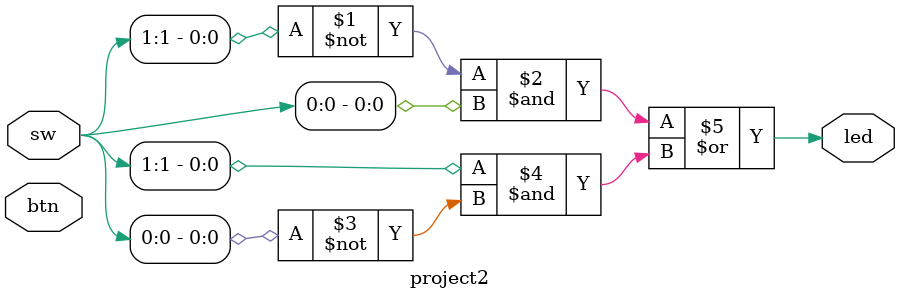
<source format=v>
`timescale 1ns / 1ps

module project2(input [0:4] btn, input [0:5] sw, output led);

assign led[0] = (~sw[1]&sw[0])|(sw[1]&~sw[0]); // *This is led[0]'s Sum of Products Expression*
// (sw[0]|sw[1])&(~sw[0]|~sw[1]; *This is led[0]'s Product of Sums Expression*

assign led[1] = (~sw[3]&~sw[2]&~sw[1])|(~sw[0]&sw[2]&sw[1])|(sw[3]&~sw[2]&sw[1]); // *This is led[1]'s Sum of Products Expression*
// (sw[3]|sw[2]|~sw[1])&(sw[3]|~sw[2]|sw[1])&(~sw[3]|sw[2]|sw[1])&(~sw[3]|~sw[2]|sw[1])&(~sw[3]|~sw[2]|~sw[1]); *This is led[1]'s Product of Sums Expression*

assign led[2] = (~sw[7]&~sw[6]&~sw[5]&sw[4])|(~sw[7]&~sw[6]&sw[5]&sw[4])|(~sw[7]&sw[6]&~sw[5]&~sw[4])|(sw[7]&sw[6]&sw[5]&sw[4]); // This is led[2]'s Sum of Products Expression
// (sw[7]|sw[6]|sw[5]|sw[4])&(sw[7]|sw[6]|~sw[5]|sw[4])&(sw[7]|~sw[6]|sw[5]|~sw[4])&(sw[7]|~sw[6]|~sw[5]|sw[4])&(sw[7]|~sw[6]|~sw[5]|~sw[4])&(~sw[7]|sw[6]|sw[5]|sw[4])&(~sw[7]|sw[6]|sw[5]|~sw[4])&(~sw[7]|sw[6]|~sw[5]|sw[4])&(~sw[7]|sw[6]|~sw[5]|~sw[4])&(~sw[7]|~sw[6]|sw[5]|sw[4])&(~sw[7]|~sw[6]|sw[5]|~sw[4])&(~sw[7]|~sw[6]|~sw[5]|sw[4]); *This is led[2]'s Product of Sums Expression*

// Later Practice of POS and SOP Expressions of Logic Circuits:
//assign led[3] = (sw[3]|sw[4]|sw[5]|sw[6])&(sw[3]|sw[4]|sw[5]|~sw[6])&(~sw[3]|~sw[4]|~sw[5]|~sw[6])&(sw[3]|~sw[4]|sw[5]|sw[6])&(~sw[3]|sw[4]|~sw[5]|~sw[6])&(~sw[3]|sw[4]|~sw[5]|sw[6])&(sw[3]|~sw[4]|sw[5]|~sw[6]);

//assign led = (~btn[0]&sw[5]&~sw[4]&~sw[3]&sw[2]&~sw[1])|(~btn[0]&~sw[5]&~sw[4]&sw[3]&~sw[2]&sw[1])|(~btn[0]&sw[5]&sw[4]&~sw[3]&sw[2]&~sw[1]);
endmodule

</source>
